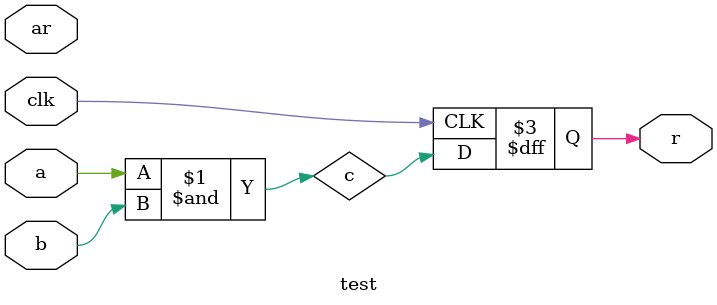
<source format=v>
module test(clk, a, b, ar, r);
   input clk, a, b;
   input wire ar;

   // @annot{taint_source(a)}
   // @annot{taint_sink(r)}

   wire c;
   output reg  r;
   
   assign c = a & b;

   always @(posedge clk) begin
      r <= c;
   end
   

endmodule

</source>
